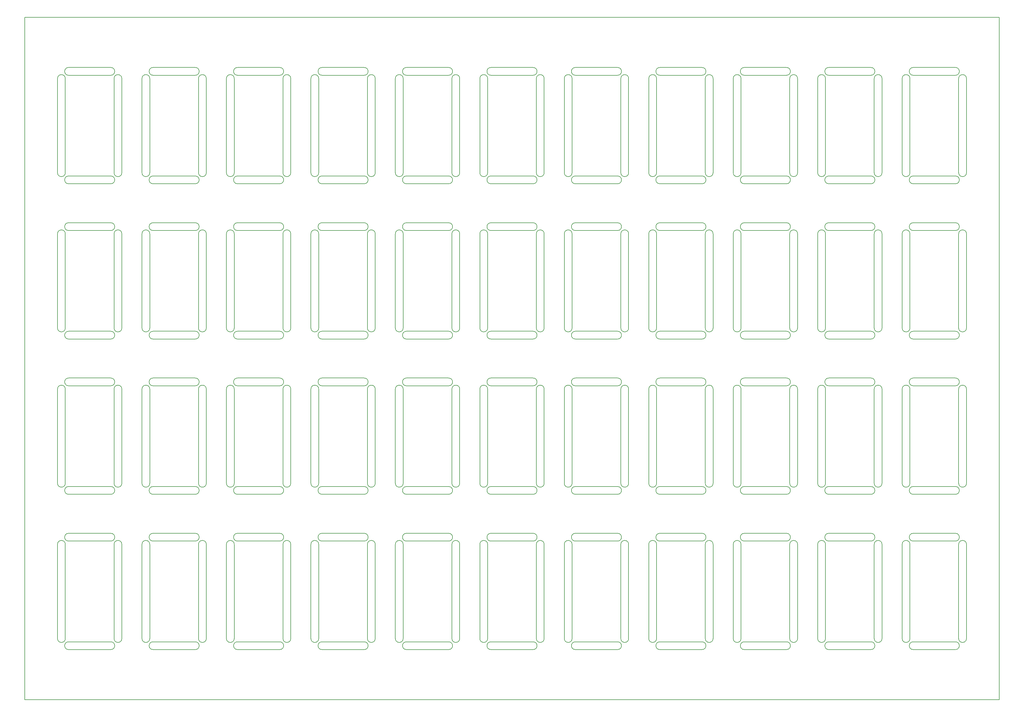
<source format=gbr>
G04 #@! TF.GenerationSoftware,KiCad,Pcbnew,5.0.2+dfsg1-1*
G04 #@! TF.CreationDate,2019-07-08T19:38:18+03:00*
G04 #@! TF.ProjectId,PocketAdmin_Panel,506f636b-6574-4416-946d-696e5f50616e,1.2*
G04 #@! TF.SameCoordinates,PX3938700PY1c9c380*
G04 #@! TF.FileFunction,Profile,NP*
%FSLAX46Y46*%
G04 Gerber Fmt 4.6, Leading zero omitted, Abs format (unit mm)*
G04 Created by KiCad (PCBNEW 5.0.2+dfsg1-1) date Mon 08 Jul 2019 07:38:18 PM MSK*
%MOMM*%
%LPD*%
G01*
G04 APERTURE LIST*
%ADD10C,0.150000*%
%ADD11C,0.200000*%
G04 APERTURE END LIST*
D10*
X272500000Y-162200000D02*
X272500000Y-191200000D01*
X246500000Y-162200000D02*
X246500000Y-191200000D01*
X220500000Y-162200000D02*
X220500000Y-191200000D01*
X194500000Y-162200000D02*
X194500000Y-191200000D01*
X168500000Y-162200000D02*
X168500000Y-191200000D01*
X142500000Y-162200000D02*
X142500000Y-191200000D01*
X116500000Y-162200000D02*
X116500000Y-191200000D01*
X90500000Y-162200000D02*
X90500000Y-191200000D01*
X64500000Y-162200000D02*
X64500000Y-191200000D01*
X38500000Y-162200000D02*
X38500000Y-191200000D01*
X12500000Y-162200000D02*
X12500000Y-191200000D01*
X272500000Y-114400000D02*
X272500000Y-143400000D01*
X246500000Y-114400000D02*
X246500000Y-143400000D01*
X220500000Y-114400000D02*
X220500000Y-143400000D01*
X194500000Y-114400000D02*
X194500000Y-143400000D01*
X168500000Y-114400000D02*
X168500000Y-143400000D01*
X142500000Y-114400000D02*
X142500000Y-143400000D01*
X116500000Y-114400000D02*
X116500000Y-143400000D01*
X90500000Y-114400000D02*
X90500000Y-143400000D01*
X64500000Y-114400000D02*
X64500000Y-143400000D01*
X38500000Y-114400000D02*
X38500000Y-143400000D01*
X12500000Y-114400000D02*
X12500000Y-143400000D01*
X272500000Y-66600000D02*
X272500000Y-95600000D01*
X246500000Y-66600000D02*
X246500000Y-95600000D01*
X220500000Y-66600000D02*
X220500000Y-95600000D01*
X194500000Y-66600000D02*
X194500000Y-95600000D01*
X168500000Y-66600000D02*
X168500000Y-95600000D01*
X142500000Y-66600000D02*
X142500000Y-95600000D01*
X116500000Y-66600000D02*
X116500000Y-95600000D01*
X90500000Y-66600000D02*
X90500000Y-95600000D01*
X64500000Y-66600000D02*
X64500000Y-95600000D01*
X38500000Y-66600000D02*
X38500000Y-95600000D01*
X12500000Y-66600000D02*
X12500000Y-95600000D01*
X272500000Y-18800000D02*
X272500000Y-47800000D01*
X246500000Y-18800000D02*
X246500000Y-47800000D01*
X220500000Y-18800000D02*
X220500000Y-47800000D01*
X194500000Y-18800000D02*
X194500000Y-47800000D01*
X168500000Y-18800000D02*
X168500000Y-47800000D01*
X142500000Y-18800000D02*
X142500000Y-47800000D01*
X116500000Y-18800000D02*
X116500000Y-47800000D01*
X90500000Y-18800000D02*
X90500000Y-47800000D01*
X64500000Y-18800000D02*
X64500000Y-47800000D01*
X38500000Y-18800000D02*
X38500000Y-47800000D01*
X273500000Y-161200000D02*
X286500000Y-161200000D01*
X247500000Y-161200000D02*
X260500000Y-161200000D01*
X221500000Y-161200000D02*
X234500000Y-161200000D01*
X195500000Y-161200000D02*
X208500000Y-161200000D01*
X169500000Y-161200000D02*
X182500000Y-161200000D01*
X143500000Y-161200000D02*
X156500000Y-161200000D01*
X117500000Y-161200000D02*
X130500000Y-161200000D01*
X91500000Y-161200000D02*
X104500000Y-161200000D01*
X65500000Y-161200000D02*
X78500000Y-161200000D01*
X39500000Y-161200000D02*
X52500000Y-161200000D01*
X13500000Y-161200000D02*
X26500000Y-161200000D01*
X273500000Y-113400000D02*
X286500000Y-113400000D01*
X247500000Y-113400000D02*
X260500000Y-113400000D01*
X221500000Y-113400000D02*
X234500000Y-113400000D01*
X195500000Y-113400000D02*
X208500000Y-113400000D01*
X169500000Y-113400000D02*
X182500000Y-113400000D01*
X143500000Y-113400000D02*
X156500000Y-113400000D01*
X117500000Y-113400000D02*
X130500000Y-113400000D01*
X91500000Y-113400000D02*
X104500000Y-113400000D01*
X65500000Y-113400000D02*
X78500000Y-113400000D01*
X39500000Y-113400000D02*
X52500000Y-113400000D01*
X13500000Y-113400000D02*
X26500000Y-113400000D01*
X273500000Y-65600000D02*
X286500000Y-65600000D01*
X247500000Y-65600000D02*
X260500000Y-65600000D01*
X221500000Y-65600000D02*
X234500000Y-65600000D01*
X195500000Y-65600000D02*
X208500000Y-65600000D01*
X169500000Y-65600000D02*
X182500000Y-65600000D01*
X143500000Y-65600000D02*
X156500000Y-65600000D01*
X117500000Y-65600000D02*
X130500000Y-65600000D01*
X91500000Y-65600000D02*
X104500000Y-65600000D01*
X65500000Y-65600000D02*
X78500000Y-65600000D01*
X39500000Y-65600000D02*
X52500000Y-65600000D01*
X13500000Y-65600000D02*
X26500000Y-65600000D01*
X273500000Y-17800000D02*
X286500000Y-17800000D01*
X247500000Y-17800000D02*
X260500000Y-17800000D01*
X221500000Y-17800000D02*
X234500000Y-17800000D01*
X195500000Y-17800000D02*
X208500000Y-17800000D01*
X169500000Y-17800000D02*
X182500000Y-17800000D01*
X143500000Y-17800000D02*
X156500000Y-17800000D01*
X117500000Y-17800000D02*
X130500000Y-17800000D01*
X91500000Y-17800000D02*
X104500000Y-17800000D01*
X65500000Y-17800000D02*
X78500000Y-17800000D01*
X39500000Y-17800000D02*
X52500000Y-17800000D01*
X287500000Y-162200000D02*
X287500000Y-191200000D01*
X261500000Y-162200000D02*
X261500000Y-191200000D01*
X235500000Y-162200000D02*
X235500000Y-191200000D01*
X209500000Y-162200000D02*
X209500000Y-191200000D01*
X183500000Y-162200000D02*
X183500000Y-191200000D01*
X157500000Y-162200000D02*
X157500000Y-191200000D01*
X131500000Y-162200000D02*
X131500000Y-191200000D01*
X105500000Y-162200000D02*
X105500000Y-191200000D01*
X79500000Y-162200000D02*
X79500000Y-191200000D01*
X53500000Y-162200000D02*
X53500000Y-191200000D01*
X27500000Y-162200000D02*
X27500000Y-191200000D01*
X287500000Y-114400000D02*
X287500000Y-143400000D01*
X261500000Y-114400000D02*
X261500000Y-143400000D01*
X235500000Y-114400000D02*
X235500000Y-143400000D01*
X209500000Y-114400000D02*
X209500000Y-143400000D01*
X183500000Y-114400000D02*
X183500000Y-143400000D01*
X157500000Y-114400000D02*
X157500000Y-143400000D01*
X131500000Y-114400000D02*
X131500000Y-143400000D01*
X105500000Y-114400000D02*
X105500000Y-143400000D01*
X79500000Y-114400000D02*
X79500000Y-143400000D01*
X53500000Y-114400000D02*
X53500000Y-143400000D01*
X27500000Y-114400000D02*
X27500000Y-143400000D01*
X287500000Y-66600000D02*
X287500000Y-95600000D01*
X261500000Y-66600000D02*
X261500000Y-95600000D01*
X235500000Y-66600000D02*
X235500000Y-95600000D01*
X209500000Y-66600000D02*
X209500000Y-95600000D01*
X183500000Y-66600000D02*
X183500000Y-95600000D01*
X157500000Y-66600000D02*
X157500000Y-95600000D01*
X131500000Y-66600000D02*
X131500000Y-95600000D01*
X105500000Y-66600000D02*
X105500000Y-95600000D01*
X79500000Y-66600000D02*
X79500000Y-95600000D01*
X53500000Y-66600000D02*
X53500000Y-95600000D01*
X27500000Y-66600000D02*
X27500000Y-95600000D01*
X287500000Y-18800000D02*
X287500000Y-47800000D01*
X261500000Y-18800000D02*
X261500000Y-47800000D01*
X235500000Y-18800000D02*
X235500000Y-47800000D01*
X209500000Y-18800000D02*
X209500000Y-47800000D01*
X183500000Y-18800000D02*
X183500000Y-47800000D01*
X157500000Y-18800000D02*
X157500000Y-47800000D01*
X131500000Y-18800000D02*
X131500000Y-47800000D01*
X105500000Y-18800000D02*
X105500000Y-47800000D01*
X79500000Y-18800000D02*
X79500000Y-47800000D01*
X53500000Y-18800000D02*
X53500000Y-47800000D01*
X273500000Y-192200000D02*
X286500000Y-192200000D01*
X247500000Y-192200000D02*
X260500000Y-192200000D01*
X221500000Y-192200000D02*
X234500000Y-192200000D01*
X195500000Y-192200000D02*
X208500000Y-192200000D01*
X169500000Y-192200000D02*
X182500000Y-192200000D01*
X143500000Y-192200000D02*
X156500000Y-192200000D01*
X117500000Y-192200000D02*
X130500000Y-192200000D01*
X91500000Y-192200000D02*
X104500000Y-192200000D01*
X65500000Y-192200000D02*
X78500000Y-192200000D01*
X39500000Y-192200000D02*
X52500000Y-192200000D01*
X13500000Y-192200000D02*
X26500000Y-192200000D01*
X273500000Y-144400000D02*
X286500000Y-144400000D01*
X247500000Y-144400000D02*
X260500000Y-144400000D01*
X221500000Y-144400000D02*
X234500000Y-144400000D01*
X195500000Y-144400000D02*
X208500000Y-144400000D01*
X169500000Y-144400000D02*
X182500000Y-144400000D01*
X143500000Y-144400000D02*
X156500000Y-144400000D01*
X117500000Y-144400000D02*
X130500000Y-144400000D01*
X91500000Y-144400000D02*
X104500000Y-144400000D01*
X65500000Y-144400000D02*
X78500000Y-144400000D01*
X39500000Y-144400000D02*
X52500000Y-144400000D01*
X13500000Y-144400000D02*
X26500000Y-144400000D01*
X273500000Y-96600000D02*
X286500000Y-96600000D01*
X247500000Y-96600000D02*
X260500000Y-96600000D01*
X221500000Y-96600000D02*
X234500000Y-96600000D01*
X195500000Y-96600000D02*
X208500000Y-96600000D01*
X169500000Y-96600000D02*
X182500000Y-96600000D01*
X143500000Y-96600000D02*
X156500000Y-96600000D01*
X117500000Y-96600000D02*
X130500000Y-96600000D01*
X91500000Y-96600000D02*
X104500000Y-96600000D01*
X65500000Y-96600000D02*
X78500000Y-96600000D01*
X39500000Y-96600000D02*
X52500000Y-96600000D01*
X13500000Y-96600000D02*
X26500000Y-96600000D01*
X273500000Y-48800000D02*
X286500000Y-48800000D01*
X247500000Y-48800000D02*
X260500000Y-48800000D01*
X221500000Y-48800000D02*
X234500000Y-48800000D01*
X195500000Y-48800000D02*
X208500000Y-48800000D01*
X169500000Y-48800000D02*
X182500000Y-48800000D01*
X143500000Y-48800000D02*
X156500000Y-48800000D01*
X117500000Y-48800000D02*
X130500000Y-48800000D01*
X91500000Y-48800000D02*
X104500000Y-48800000D01*
X65500000Y-48800000D02*
X78500000Y-48800000D01*
X39500000Y-48800000D02*
X52500000Y-48800000D01*
X270100000Y-162200000D02*
X270100000Y-191200000D01*
X244100000Y-162200000D02*
X244100000Y-191200000D01*
X218100000Y-162200000D02*
X218100000Y-191200000D01*
X192100000Y-162200000D02*
X192100000Y-191200000D01*
X166100000Y-162200000D02*
X166100000Y-191200000D01*
X140100000Y-162200000D02*
X140100000Y-191200000D01*
X114100000Y-162200000D02*
X114100000Y-191200000D01*
X88100000Y-162200000D02*
X88100000Y-191200000D01*
X62100000Y-162200000D02*
X62100000Y-191200000D01*
X36100000Y-162200000D02*
X36100000Y-191200000D01*
X10100000Y-162200000D02*
X10100000Y-191200000D01*
X270100000Y-114400000D02*
X270100000Y-143400000D01*
X244100000Y-114400000D02*
X244100000Y-143400000D01*
X218100000Y-114400000D02*
X218100000Y-143400000D01*
X192100000Y-114400000D02*
X192100000Y-143400000D01*
X166100000Y-114400000D02*
X166100000Y-143400000D01*
X140100000Y-114400000D02*
X140100000Y-143400000D01*
X114100000Y-114400000D02*
X114100000Y-143400000D01*
X88100000Y-114400000D02*
X88100000Y-143400000D01*
X62100000Y-114400000D02*
X62100000Y-143400000D01*
X36100000Y-114400000D02*
X36100000Y-143400000D01*
X10100000Y-114400000D02*
X10100000Y-143400000D01*
X270100000Y-66600000D02*
X270100000Y-95600000D01*
X244100000Y-66600000D02*
X244100000Y-95600000D01*
X218100000Y-66600000D02*
X218100000Y-95600000D01*
X192100000Y-66600000D02*
X192100000Y-95600000D01*
X166100000Y-66600000D02*
X166100000Y-95600000D01*
X140100000Y-66600000D02*
X140100000Y-95600000D01*
X114100000Y-66600000D02*
X114100000Y-95600000D01*
X88100000Y-66600000D02*
X88100000Y-95600000D01*
X62100000Y-66600000D02*
X62100000Y-95600000D01*
X36100000Y-66600000D02*
X36100000Y-95600000D01*
X10100000Y-66600000D02*
X10100000Y-95600000D01*
X270100000Y-18800000D02*
X270100000Y-47800000D01*
X244100000Y-18800000D02*
X244100000Y-47800000D01*
X218100000Y-18800000D02*
X218100000Y-47800000D01*
X192100000Y-18800000D02*
X192100000Y-47800000D01*
X166100000Y-18800000D02*
X166100000Y-47800000D01*
X140100000Y-18800000D02*
X140100000Y-47800000D01*
X114100000Y-18800000D02*
X114100000Y-47800000D01*
X88100000Y-18800000D02*
X88100000Y-47800000D01*
X62100000Y-18800000D02*
X62100000Y-47800000D01*
X36100000Y-18800000D02*
X36100000Y-47800000D01*
X272500000Y-191200000D02*
G75*
G02X270100000Y-191200000I-1200000J0D01*
G01*
X246500000Y-191200000D02*
G75*
G02X244100000Y-191200000I-1200000J0D01*
G01*
X220500000Y-191200000D02*
G75*
G02X218100000Y-191200000I-1200000J0D01*
G01*
X194500000Y-191200000D02*
G75*
G02X192100000Y-191200000I-1200000J0D01*
G01*
X168500000Y-191200000D02*
G75*
G02X166100000Y-191200000I-1200000J0D01*
G01*
X142500000Y-191200000D02*
G75*
G02X140100000Y-191200000I-1200000J0D01*
G01*
X116500000Y-191200000D02*
G75*
G02X114100000Y-191200000I-1200000J0D01*
G01*
X90500000Y-191200000D02*
G75*
G02X88100000Y-191200000I-1200000J0D01*
G01*
X64500000Y-191200000D02*
G75*
G02X62100000Y-191200000I-1200000J0D01*
G01*
X38500000Y-191200000D02*
G75*
G02X36100000Y-191200000I-1200000J0D01*
G01*
X12500000Y-191200000D02*
G75*
G02X10100000Y-191200000I-1200000J0D01*
G01*
X272500000Y-143400000D02*
G75*
G02X270100000Y-143400000I-1200000J0D01*
G01*
X246500000Y-143400000D02*
G75*
G02X244100000Y-143400000I-1200000J0D01*
G01*
X220500000Y-143400000D02*
G75*
G02X218100000Y-143400000I-1200000J0D01*
G01*
X194500000Y-143400000D02*
G75*
G02X192100000Y-143400000I-1200000J0D01*
G01*
X168500000Y-143400000D02*
G75*
G02X166100000Y-143400000I-1200000J0D01*
G01*
X142500000Y-143400000D02*
G75*
G02X140100000Y-143400000I-1200000J0D01*
G01*
X116500000Y-143400000D02*
G75*
G02X114100000Y-143400000I-1200000J0D01*
G01*
X90500000Y-143400000D02*
G75*
G02X88100000Y-143400000I-1200000J0D01*
G01*
X64500000Y-143400000D02*
G75*
G02X62100000Y-143400000I-1200000J0D01*
G01*
X38500000Y-143400000D02*
G75*
G02X36100000Y-143400000I-1200000J0D01*
G01*
X12500000Y-143400000D02*
G75*
G02X10100000Y-143400000I-1200000J0D01*
G01*
X272500000Y-95600000D02*
G75*
G02X270100000Y-95600000I-1200000J0D01*
G01*
X246500000Y-95600000D02*
G75*
G02X244100000Y-95600000I-1200000J0D01*
G01*
X220500000Y-95600000D02*
G75*
G02X218100000Y-95600000I-1200000J0D01*
G01*
X194500000Y-95600000D02*
G75*
G02X192100000Y-95600000I-1200000J0D01*
G01*
X168500000Y-95600000D02*
G75*
G02X166100000Y-95600000I-1200000J0D01*
G01*
X142500000Y-95600000D02*
G75*
G02X140100000Y-95600000I-1200000J0D01*
G01*
X116500000Y-95600000D02*
G75*
G02X114100000Y-95600000I-1200000J0D01*
G01*
X90500000Y-95600000D02*
G75*
G02X88100000Y-95600000I-1200000J0D01*
G01*
X64500000Y-95600000D02*
G75*
G02X62100000Y-95600000I-1200000J0D01*
G01*
X38500000Y-95600000D02*
G75*
G02X36100000Y-95600000I-1200000J0D01*
G01*
X12500000Y-95600000D02*
G75*
G02X10100000Y-95600000I-1200000J0D01*
G01*
X272500000Y-47800000D02*
G75*
G02X270100000Y-47800000I-1200000J0D01*
G01*
X246500000Y-47800000D02*
G75*
G02X244100000Y-47800000I-1200000J0D01*
G01*
X220500000Y-47800000D02*
G75*
G02X218100000Y-47800000I-1200000J0D01*
G01*
X194500000Y-47800000D02*
G75*
G02X192100000Y-47800000I-1200000J0D01*
G01*
X168500000Y-47800000D02*
G75*
G02X166100000Y-47800000I-1200000J0D01*
G01*
X142500000Y-47800000D02*
G75*
G02X140100000Y-47800000I-1200000J0D01*
G01*
X116500000Y-47800000D02*
G75*
G02X114100000Y-47800000I-1200000J0D01*
G01*
X90500000Y-47800000D02*
G75*
G02X88100000Y-47800000I-1200000J0D01*
G01*
X64500000Y-47800000D02*
G75*
G02X62100000Y-47800000I-1200000J0D01*
G01*
X38500000Y-47800000D02*
G75*
G02X36100000Y-47800000I-1200000J0D01*
G01*
X273500000Y-194600000D02*
X286500000Y-194600000D01*
X247500000Y-194600000D02*
X260500000Y-194600000D01*
X221500000Y-194600000D02*
X234500000Y-194600000D01*
X195500000Y-194600000D02*
X208500000Y-194600000D01*
X169500000Y-194600000D02*
X182500000Y-194600000D01*
X143500000Y-194600000D02*
X156500000Y-194600000D01*
X117500000Y-194600000D02*
X130500000Y-194600000D01*
X91500000Y-194600000D02*
X104500000Y-194600000D01*
X65500000Y-194600000D02*
X78500000Y-194600000D01*
X39500000Y-194600000D02*
X52500000Y-194600000D01*
X13500000Y-194600000D02*
X26500000Y-194600000D01*
X273500000Y-146800000D02*
X286500000Y-146800000D01*
X247500000Y-146800000D02*
X260500000Y-146800000D01*
X221500000Y-146800000D02*
X234500000Y-146800000D01*
X195500000Y-146800000D02*
X208500000Y-146800000D01*
X169500000Y-146800000D02*
X182500000Y-146800000D01*
X143500000Y-146800000D02*
X156500000Y-146800000D01*
X117500000Y-146800000D02*
X130500000Y-146800000D01*
X91500000Y-146800000D02*
X104500000Y-146800000D01*
X65500000Y-146800000D02*
X78500000Y-146800000D01*
X39500000Y-146800000D02*
X52500000Y-146800000D01*
X13500000Y-146800000D02*
X26500000Y-146800000D01*
X273500000Y-99000000D02*
X286500000Y-99000000D01*
X247500000Y-99000000D02*
X260500000Y-99000000D01*
X221500000Y-99000000D02*
X234500000Y-99000000D01*
X195500000Y-99000000D02*
X208500000Y-99000000D01*
X169500000Y-99000000D02*
X182500000Y-99000000D01*
X143500000Y-99000000D02*
X156500000Y-99000000D01*
X117500000Y-99000000D02*
X130500000Y-99000000D01*
X91500000Y-99000000D02*
X104500000Y-99000000D01*
X65500000Y-99000000D02*
X78500000Y-99000000D01*
X39500000Y-99000000D02*
X52500000Y-99000000D01*
X13500000Y-99000000D02*
X26500000Y-99000000D01*
X273500000Y-51200000D02*
X286500000Y-51200000D01*
X247500000Y-51200000D02*
X260500000Y-51200000D01*
X221500000Y-51200000D02*
X234500000Y-51200000D01*
X195500000Y-51200000D02*
X208500000Y-51200000D01*
X169500000Y-51200000D02*
X182500000Y-51200000D01*
X143500000Y-51200000D02*
X156500000Y-51200000D01*
X117500000Y-51200000D02*
X130500000Y-51200000D01*
X91500000Y-51200000D02*
X104500000Y-51200000D01*
X65500000Y-51200000D02*
X78500000Y-51200000D01*
X39500000Y-51200000D02*
X52500000Y-51200000D01*
X273500000Y-194600000D02*
G75*
G02X273500000Y-192200000I0J1200000D01*
G01*
X247500000Y-194600000D02*
G75*
G02X247500000Y-192200000I0J1200000D01*
G01*
X221500000Y-194600000D02*
G75*
G02X221500000Y-192200000I0J1200000D01*
G01*
X195500000Y-194600000D02*
G75*
G02X195500000Y-192200000I0J1200000D01*
G01*
X169500000Y-194600000D02*
G75*
G02X169500000Y-192200000I0J1200000D01*
G01*
X143500000Y-194600000D02*
G75*
G02X143500000Y-192200000I0J1200000D01*
G01*
X117500000Y-194600000D02*
G75*
G02X117500000Y-192200000I0J1200000D01*
G01*
X91500000Y-194600000D02*
G75*
G02X91500000Y-192200000I0J1200000D01*
G01*
X65500000Y-194600000D02*
G75*
G02X65500000Y-192200000I0J1200000D01*
G01*
X39500000Y-194600000D02*
G75*
G02X39500000Y-192200000I0J1200000D01*
G01*
X13500000Y-194600000D02*
G75*
G02X13500000Y-192200000I0J1200000D01*
G01*
X273500000Y-146800000D02*
G75*
G02X273500000Y-144400000I0J1200000D01*
G01*
X247500000Y-146800000D02*
G75*
G02X247500000Y-144400000I0J1200000D01*
G01*
X221500000Y-146800000D02*
G75*
G02X221500000Y-144400000I0J1200000D01*
G01*
X195500000Y-146800000D02*
G75*
G02X195500000Y-144400000I0J1200000D01*
G01*
X169500000Y-146800000D02*
G75*
G02X169500000Y-144400000I0J1200000D01*
G01*
X143500000Y-146800000D02*
G75*
G02X143500000Y-144400000I0J1200000D01*
G01*
X117500000Y-146800000D02*
G75*
G02X117500000Y-144400000I0J1200000D01*
G01*
X91500000Y-146800000D02*
G75*
G02X91500000Y-144400000I0J1200000D01*
G01*
X65500000Y-146800000D02*
G75*
G02X65500000Y-144400000I0J1200000D01*
G01*
X39500000Y-146800000D02*
G75*
G02X39500000Y-144400000I0J1200000D01*
G01*
X13500000Y-146800000D02*
G75*
G02X13500000Y-144400000I0J1200000D01*
G01*
X273500000Y-99000000D02*
G75*
G02X273500000Y-96600000I0J1200000D01*
G01*
X247500000Y-99000000D02*
G75*
G02X247500000Y-96600000I0J1200000D01*
G01*
X221500000Y-99000000D02*
G75*
G02X221500000Y-96600000I0J1200000D01*
G01*
X195500000Y-99000000D02*
G75*
G02X195500000Y-96600000I0J1200000D01*
G01*
X169500000Y-99000000D02*
G75*
G02X169500000Y-96600000I0J1200000D01*
G01*
X143500000Y-99000000D02*
G75*
G02X143500000Y-96600000I0J1200000D01*
G01*
X117500000Y-99000000D02*
G75*
G02X117500000Y-96600000I0J1200000D01*
G01*
X91500000Y-99000000D02*
G75*
G02X91500000Y-96600000I0J1200000D01*
G01*
X65500000Y-99000000D02*
G75*
G02X65500000Y-96600000I0J1200000D01*
G01*
X39500000Y-99000000D02*
G75*
G02X39500000Y-96600000I0J1200000D01*
G01*
X13500000Y-99000000D02*
G75*
G02X13500000Y-96600000I0J1200000D01*
G01*
X273500000Y-51200000D02*
G75*
G02X273500000Y-48800000I0J1200000D01*
G01*
X247500000Y-51200000D02*
G75*
G02X247500000Y-48800000I0J1200000D01*
G01*
X221500000Y-51200000D02*
G75*
G02X221500000Y-48800000I0J1200000D01*
G01*
X195500000Y-51200000D02*
G75*
G02X195500000Y-48800000I0J1200000D01*
G01*
X169500000Y-51200000D02*
G75*
G02X169500000Y-48800000I0J1200000D01*
G01*
X143500000Y-51200000D02*
G75*
G02X143500000Y-48800000I0J1200000D01*
G01*
X117500000Y-51200000D02*
G75*
G02X117500000Y-48800000I0J1200000D01*
G01*
X91500000Y-51200000D02*
G75*
G02X91500000Y-48800000I0J1200000D01*
G01*
X65500000Y-51200000D02*
G75*
G02X65500000Y-48800000I0J1200000D01*
G01*
X39500000Y-51200000D02*
G75*
G02X39500000Y-48800000I0J1200000D01*
G01*
X286500000Y-192200000D02*
G75*
G02X286500000Y-194600000I0J-1200000D01*
G01*
X260500000Y-192200000D02*
G75*
G02X260500000Y-194600000I0J-1200000D01*
G01*
X234500000Y-192200000D02*
G75*
G02X234500000Y-194600000I0J-1200000D01*
G01*
X208500000Y-192200000D02*
G75*
G02X208500000Y-194600000I0J-1200000D01*
G01*
X182500000Y-192200000D02*
G75*
G02X182500000Y-194600000I0J-1200000D01*
G01*
X156500000Y-192200000D02*
G75*
G02X156500000Y-194600000I0J-1200000D01*
G01*
X130500000Y-192200000D02*
G75*
G02X130500000Y-194600000I0J-1200000D01*
G01*
X104500000Y-192200000D02*
G75*
G02X104500000Y-194600000I0J-1200000D01*
G01*
X78500000Y-192200000D02*
G75*
G02X78500000Y-194600000I0J-1200000D01*
G01*
X52500000Y-192200000D02*
G75*
G02X52500000Y-194600000I0J-1200000D01*
G01*
X26500000Y-192200000D02*
G75*
G02X26500000Y-194600000I0J-1200000D01*
G01*
X286500000Y-144400000D02*
G75*
G02X286500000Y-146800000I0J-1200000D01*
G01*
X260500000Y-144400000D02*
G75*
G02X260500000Y-146800000I0J-1200000D01*
G01*
X234500000Y-144400000D02*
G75*
G02X234500000Y-146800000I0J-1200000D01*
G01*
X208500000Y-144400000D02*
G75*
G02X208500000Y-146800000I0J-1200000D01*
G01*
X182500000Y-144400000D02*
G75*
G02X182500000Y-146800000I0J-1200000D01*
G01*
X156500000Y-144400000D02*
G75*
G02X156500000Y-146800000I0J-1200000D01*
G01*
X130500000Y-144400000D02*
G75*
G02X130500000Y-146800000I0J-1200000D01*
G01*
X104500000Y-144400000D02*
G75*
G02X104500000Y-146800000I0J-1200000D01*
G01*
X78500000Y-144400000D02*
G75*
G02X78500000Y-146800000I0J-1200000D01*
G01*
X52500000Y-144400000D02*
G75*
G02X52500000Y-146800000I0J-1200000D01*
G01*
X26500000Y-144400000D02*
G75*
G02X26500000Y-146800000I0J-1200000D01*
G01*
X286500000Y-96600000D02*
G75*
G02X286500000Y-99000000I0J-1200000D01*
G01*
X260500000Y-96600000D02*
G75*
G02X260500000Y-99000000I0J-1200000D01*
G01*
X234500000Y-96600000D02*
G75*
G02X234500000Y-99000000I0J-1200000D01*
G01*
X208500000Y-96600000D02*
G75*
G02X208500000Y-99000000I0J-1200000D01*
G01*
X182500000Y-96600000D02*
G75*
G02X182500000Y-99000000I0J-1200000D01*
G01*
X156500000Y-96600000D02*
G75*
G02X156500000Y-99000000I0J-1200000D01*
G01*
X130500000Y-96600000D02*
G75*
G02X130500000Y-99000000I0J-1200000D01*
G01*
X104500000Y-96600000D02*
G75*
G02X104500000Y-99000000I0J-1200000D01*
G01*
X78500000Y-96600000D02*
G75*
G02X78500000Y-99000000I0J-1200000D01*
G01*
X52500000Y-96600000D02*
G75*
G02X52500000Y-99000000I0J-1200000D01*
G01*
X26500000Y-96600000D02*
G75*
G02X26500000Y-99000000I0J-1200000D01*
G01*
X286500000Y-48800000D02*
G75*
G02X286500000Y-51200000I0J-1200000D01*
G01*
X260500000Y-48800000D02*
G75*
G02X260500000Y-51200000I0J-1200000D01*
G01*
X234500000Y-48800000D02*
G75*
G02X234500000Y-51200000I0J-1200000D01*
G01*
X208500000Y-48800000D02*
G75*
G02X208500000Y-51200000I0J-1200000D01*
G01*
X182500000Y-48800000D02*
G75*
G02X182500000Y-51200000I0J-1200000D01*
G01*
X156500000Y-48800000D02*
G75*
G02X156500000Y-51200000I0J-1200000D01*
G01*
X130500000Y-48800000D02*
G75*
G02X130500000Y-51200000I0J-1200000D01*
G01*
X104500000Y-48800000D02*
G75*
G02X104500000Y-51200000I0J-1200000D01*
G01*
X78500000Y-48800000D02*
G75*
G02X78500000Y-51200000I0J-1200000D01*
G01*
X52500000Y-48800000D02*
G75*
G02X52500000Y-51200000I0J-1200000D01*
G01*
X289900000Y-162200000D02*
X289900000Y-191200000D01*
X263900000Y-162200000D02*
X263900000Y-191200000D01*
X237900000Y-162200000D02*
X237900000Y-191200000D01*
X211900000Y-162200000D02*
X211900000Y-191200000D01*
X185900000Y-162200000D02*
X185900000Y-191200000D01*
X159900000Y-162200000D02*
X159900000Y-191200000D01*
X133900000Y-162200000D02*
X133900000Y-191200000D01*
X107900000Y-162200000D02*
X107900000Y-191200000D01*
X81900000Y-162200000D02*
X81900000Y-191200000D01*
X55900000Y-162200000D02*
X55900000Y-191200000D01*
X29900000Y-162200000D02*
X29900000Y-191200000D01*
X289900000Y-114400000D02*
X289900000Y-143400000D01*
X263900000Y-114400000D02*
X263900000Y-143400000D01*
X237900000Y-114400000D02*
X237900000Y-143400000D01*
X211900000Y-114400000D02*
X211900000Y-143400000D01*
X185900000Y-114400000D02*
X185900000Y-143400000D01*
X159900000Y-114400000D02*
X159900000Y-143400000D01*
X133900000Y-114400000D02*
X133900000Y-143400000D01*
X107900000Y-114400000D02*
X107900000Y-143400000D01*
X81900000Y-114400000D02*
X81900000Y-143400000D01*
X55900000Y-114400000D02*
X55900000Y-143400000D01*
X29900000Y-114400000D02*
X29900000Y-143400000D01*
X289900000Y-66600000D02*
X289900000Y-95600000D01*
X263900000Y-66600000D02*
X263900000Y-95600000D01*
X237900000Y-66600000D02*
X237900000Y-95600000D01*
X211900000Y-66600000D02*
X211900000Y-95600000D01*
X185900000Y-66600000D02*
X185900000Y-95600000D01*
X159900000Y-66600000D02*
X159900000Y-95600000D01*
X133900000Y-66600000D02*
X133900000Y-95600000D01*
X107900000Y-66600000D02*
X107900000Y-95600000D01*
X81900000Y-66600000D02*
X81900000Y-95600000D01*
X55900000Y-66600000D02*
X55900000Y-95600000D01*
X29900000Y-66600000D02*
X29900000Y-95600000D01*
X289900000Y-18800000D02*
X289900000Y-47800000D01*
X263900000Y-18800000D02*
X263900000Y-47800000D01*
X237900000Y-18800000D02*
X237900000Y-47800000D01*
X211900000Y-18800000D02*
X211900000Y-47800000D01*
X185900000Y-18800000D02*
X185900000Y-47800000D01*
X159900000Y-18800000D02*
X159900000Y-47800000D01*
X133900000Y-18800000D02*
X133900000Y-47800000D01*
X107900000Y-18800000D02*
X107900000Y-47800000D01*
X81900000Y-18800000D02*
X81900000Y-47800000D01*
X55900000Y-18800000D02*
X55900000Y-47800000D01*
X273500000Y-158800000D02*
X286500000Y-158800000D01*
X247500000Y-158800000D02*
X260500000Y-158800000D01*
X221500000Y-158800000D02*
X234500000Y-158800000D01*
X195500000Y-158800000D02*
X208500000Y-158800000D01*
X169500000Y-158800000D02*
X182500000Y-158800000D01*
X143500000Y-158800000D02*
X156500000Y-158800000D01*
X117500000Y-158800000D02*
X130500000Y-158800000D01*
X91500000Y-158800000D02*
X104500000Y-158800000D01*
X65500000Y-158800000D02*
X78500000Y-158800000D01*
X39500000Y-158800000D02*
X52500000Y-158800000D01*
X13500000Y-158800000D02*
X26500000Y-158800000D01*
X273500000Y-111000000D02*
X286500000Y-111000000D01*
X247500000Y-111000000D02*
X260500000Y-111000000D01*
X221500000Y-111000000D02*
X234500000Y-111000000D01*
X195500000Y-111000000D02*
X208500000Y-111000000D01*
X169500000Y-111000000D02*
X182500000Y-111000000D01*
X143500000Y-111000000D02*
X156500000Y-111000000D01*
X117500000Y-111000000D02*
X130500000Y-111000000D01*
X91500000Y-111000000D02*
X104500000Y-111000000D01*
X65500000Y-111000000D02*
X78500000Y-111000000D01*
X39500000Y-111000000D02*
X52500000Y-111000000D01*
X13500000Y-111000000D02*
X26500000Y-111000000D01*
X273500000Y-63200000D02*
X286500000Y-63200000D01*
X247500000Y-63200000D02*
X260500000Y-63200000D01*
X221500000Y-63200000D02*
X234500000Y-63200000D01*
X195500000Y-63200000D02*
X208500000Y-63200000D01*
X169500000Y-63200000D02*
X182500000Y-63200000D01*
X143500000Y-63200000D02*
X156500000Y-63200000D01*
X117500000Y-63200000D02*
X130500000Y-63200000D01*
X91500000Y-63200000D02*
X104500000Y-63200000D01*
X65500000Y-63200000D02*
X78500000Y-63200000D01*
X39500000Y-63200000D02*
X52500000Y-63200000D01*
X13500000Y-63200000D02*
X26500000Y-63200000D01*
X273500000Y-15400000D02*
X286500000Y-15400000D01*
X247500000Y-15400000D02*
X260500000Y-15400000D01*
X221500000Y-15400000D02*
X234500000Y-15400000D01*
X195500000Y-15400000D02*
X208500000Y-15400000D01*
X169500000Y-15400000D02*
X182500000Y-15400000D01*
X143500000Y-15400000D02*
X156500000Y-15400000D01*
X117500000Y-15400000D02*
X130500000Y-15400000D01*
X91500000Y-15400000D02*
X104500000Y-15400000D01*
X65500000Y-15400000D02*
X78500000Y-15400000D01*
X39500000Y-15400000D02*
X52500000Y-15400000D01*
X286500000Y-158800000D02*
G75*
G02X286500000Y-161200000I0J-1200000D01*
G01*
X260500000Y-158800000D02*
G75*
G02X260500000Y-161200000I0J-1200000D01*
G01*
X234500000Y-158800000D02*
G75*
G02X234500000Y-161200000I0J-1200000D01*
G01*
X208500000Y-158800000D02*
G75*
G02X208500000Y-161200000I0J-1200000D01*
G01*
X182500000Y-158800000D02*
G75*
G02X182500000Y-161200000I0J-1200000D01*
G01*
X156500000Y-158800000D02*
G75*
G02X156500000Y-161200000I0J-1200000D01*
G01*
X130500000Y-158800000D02*
G75*
G02X130500000Y-161200000I0J-1200000D01*
G01*
X104500000Y-158800000D02*
G75*
G02X104500000Y-161200000I0J-1200000D01*
G01*
X78500000Y-158800000D02*
G75*
G02X78500000Y-161200000I0J-1200000D01*
G01*
X52500000Y-158800000D02*
G75*
G02X52500000Y-161200000I0J-1200000D01*
G01*
X26500000Y-158800000D02*
G75*
G02X26500000Y-161200000I0J-1200000D01*
G01*
X286500000Y-111000000D02*
G75*
G02X286500000Y-113400000I0J-1200000D01*
G01*
X260500000Y-111000000D02*
G75*
G02X260500000Y-113400000I0J-1200000D01*
G01*
X234500000Y-111000000D02*
G75*
G02X234500000Y-113400000I0J-1200000D01*
G01*
X208500000Y-111000000D02*
G75*
G02X208500000Y-113400000I0J-1200000D01*
G01*
X182500000Y-111000000D02*
G75*
G02X182500000Y-113400000I0J-1200000D01*
G01*
X156500000Y-111000000D02*
G75*
G02X156500000Y-113400000I0J-1200000D01*
G01*
X130500000Y-111000000D02*
G75*
G02X130500000Y-113400000I0J-1200000D01*
G01*
X104500000Y-111000000D02*
G75*
G02X104500000Y-113400000I0J-1200000D01*
G01*
X78500000Y-111000000D02*
G75*
G02X78500000Y-113400000I0J-1200000D01*
G01*
X52500000Y-111000000D02*
G75*
G02X52500000Y-113400000I0J-1200000D01*
G01*
X26500000Y-111000000D02*
G75*
G02X26500000Y-113400000I0J-1200000D01*
G01*
X286500000Y-63200000D02*
G75*
G02X286500000Y-65600000I0J-1200000D01*
G01*
X260500000Y-63200000D02*
G75*
G02X260500000Y-65600000I0J-1200000D01*
G01*
X234500000Y-63200000D02*
G75*
G02X234500000Y-65600000I0J-1200000D01*
G01*
X208500000Y-63200000D02*
G75*
G02X208500000Y-65600000I0J-1200000D01*
G01*
X182500000Y-63200000D02*
G75*
G02X182500000Y-65600000I0J-1200000D01*
G01*
X156500000Y-63200000D02*
G75*
G02X156500000Y-65600000I0J-1200000D01*
G01*
X130500000Y-63200000D02*
G75*
G02X130500000Y-65600000I0J-1200000D01*
G01*
X104500000Y-63200000D02*
G75*
G02X104500000Y-65600000I0J-1200000D01*
G01*
X78500000Y-63200000D02*
G75*
G02X78500000Y-65600000I0J-1200000D01*
G01*
X52500000Y-63200000D02*
G75*
G02X52500000Y-65600000I0J-1200000D01*
G01*
X26500000Y-63200000D02*
G75*
G02X26500000Y-65600000I0J-1200000D01*
G01*
X286500000Y-15400000D02*
G75*
G02X286500000Y-17800000I0J-1200000D01*
G01*
X260500000Y-15400000D02*
G75*
G02X260500000Y-17800000I0J-1200000D01*
G01*
X234500000Y-15400000D02*
G75*
G02X234500000Y-17800000I0J-1200000D01*
G01*
X208500000Y-15400000D02*
G75*
G02X208500000Y-17800000I0J-1200000D01*
G01*
X182500000Y-15400000D02*
G75*
G02X182500000Y-17800000I0J-1200000D01*
G01*
X156500000Y-15400000D02*
G75*
G02X156500000Y-17800000I0J-1200000D01*
G01*
X130500000Y-15400000D02*
G75*
G02X130500000Y-17800000I0J-1200000D01*
G01*
X104500000Y-15400000D02*
G75*
G02X104500000Y-17800000I0J-1200000D01*
G01*
X78500000Y-15400000D02*
G75*
G02X78500000Y-17800000I0J-1200000D01*
G01*
X52500000Y-15400000D02*
G75*
G02X52500000Y-17800000I0J-1200000D01*
G01*
X287500000Y-162200000D02*
G75*
G02X289900000Y-162200000I1200000J0D01*
G01*
X261500000Y-162200000D02*
G75*
G02X263900000Y-162200000I1200000J0D01*
G01*
X235500000Y-162200000D02*
G75*
G02X237900000Y-162200000I1200000J0D01*
G01*
X209500000Y-162200000D02*
G75*
G02X211900000Y-162200000I1200000J0D01*
G01*
X183500000Y-162200000D02*
G75*
G02X185900000Y-162200000I1200000J0D01*
G01*
X157500000Y-162200000D02*
G75*
G02X159900000Y-162200000I1200000J0D01*
G01*
X131500000Y-162200000D02*
G75*
G02X133900000Y-162200000I1200000J0D01*
G01*
X105500000Y-162200000D02*
G75*
G02X107900000Y-162200000I1200000J0D01*
G01*
X79500000Y-162200000D02*
G75*
G02X81900000Y-162200000I1200000J0D01*
G01*
X53500000Y-162200000D02*
G75*
G02X55900000Y-162200000I1200000J0D01*
G01*
X27500000Y-162200000D02*
G75*
G02X29900000Y-162200000I1200000J0D01*
G01*
X287500000Y-114400000D02*
G75*
G02X289900000Y-114400000I1200000J0D01*
G01*
X261500000Y-114400000D02*
G75*
G02X263900000Y-114400000I1200000J0D01*
G01*
X235500000Y-114400000D02*
G75*
G02X237900000Y-114400000I1200000J0D01*
G01*
X209500000Y-114400000D02*
G75*
G02X211900000Y-114400000I1200000J0D01*
G01*
X183500000Y-114400000D02*
G75*
G02X185900000Y-114400000I1200000J0D01*
G01*
X157500000Y-114400000D02*
G75*
G02X159900000Y-114400000I1200000J0D01*
G01*
X131500000Y-114400000D02*
G75*
G02X133900000Y-114400000I1200000J0D01*
G01*
X105500000Y-114400000D02*
G75*
G02X107900000Y-114400000I1200000J0D01*
G01*
X79500000Y-114400000D02*
G75*
G02X81900000Y-114400000I1200000J0D01*
G01*
X53500000Y-114400000D02*
G75*
G02X55900000Y-114400000I1200000J0D01*
G01*
X27500000Y-114400000D02*
G75*
G02X29900000Y-114400000I1200000J0D01*
G01*
X287500000Y-66600000D02*
G75*
G02X289900000Y-66600000I1200000J0D01*
G01*
X261500000Y-66600000D02*
G75*
G02X263900000Y-66600000I1200000J0D01*
G01*
X235500000Y-66600000D02*
G75*
G02X237900000Y-66600000I1200000J0D01*
G01*
X209500000Y-66600000D02*
G75*
G02X211900000Y-66600000I1200000J0D01*
G01*
X183500000Y-66600000D02*
G75*
G02X185900000Y-66600000I1200000J0D01*
G01*
X157500000Y-66600000D02*
G75*
G02X159900000Y-66600000I1200000J0D01*
G01*
X131500000Y-66600000D02*
G75*
G02X133900000Y-66600000I1200000J0D01*
G01*
X105500000Y-66600000D02*
G75*
G02X107900000Y-66600000I1200000J0D01*
G01*
X79500000Y-66600000D02*
G75*
G02X81900000Y-66600000I1200000J0D01*
G01*
X53500000Y-66600000D02*
G75*
G02X55900000Y-66600000I1200000J0D01*
G01*
X27500000Y-66600000D02*
G75*
G02X29900000Y-66600000I1200000J0D01*
G01*
X287500000Y-18800000D02*
G75*
G02X289900000Y-18800000I1200000J0D01*
G01*
X261500000Y-18800000D02*
G75*
G02X263900000Y-18800000I1200000J0D01*
G01*
X235500000Y-18800000D02*
G75*
G02X237900000Y-18800000I1200000J0D01*
G01*
X209500000Y-18800000D02*
G75*
G02X211900000Y-18800000I1200000J0D01*
G01*
X183500000Y-18800000D02*
G75*
G02X185900000Y-18800000I1200000J0D01*
G01*
X157500000Y-18800000D02*
G75*
G02X159900000Y-18800000I1200000J0D01*
G01*
X131500000Y-18800000D02*
G75*
G02X133900000Y-18800000I1200000J0D01*
G01*
X105500000Y-18800000D02*
G75*
G02X107900000Y-18800000I1200000J0D01*
G01*
X79500000Y-18800000D02*
G75*
G02X81900000Y-18800000I1200000J0D01*
G01*
X53500000Y-18800000D02*
G75*
G02X55900000Y-18800000I1200000J0D01*
G01*
X273500000Y-161200000D02*
G75*
G02X273500000Y-158800000I0J1200000D01*
G01*
X247500000Y-161200000D02*
G75*
G02X247500000Y-158800000I0J1200000D01*
G01*
X221500000Y-161200000D02*
G75*
G02X221500000Y-158800000I0J1200000D01*
G01*
X195500000Y-161200000D02*
G75*
G02X195500000Y-158800000I0J1200000D01*
G01*
X169500000Y-161200000D02*
G75*
G02X169500000Y-158800000I0J1200000D01*
G01*
X143500000Y-161200000D02*
G75*
G02X143500000Y-158800000I0J1200000D01*
G01*
X117500000Y-161200000D02*
G75*
G02X117500000Y-158800000I0J1200000D01*
G01*
X91500000Y-161200000D02*
G75*
G02X91500000Y-158800000I0J1200000D01*
G01*
X65500000Y-161200000D02*
G75*
G02X65500000Y-158800000I0J1200000D01*
G01*
X39500000Y-161200000D02*
G75*
G02X39500000Y-158800000I0J1200000D01*
G01*
X13500000Y-161200000D02*
G75*
G02X13500000Y-158800000I0J1200000D01*
G01*
X273500000Y-113400000D02*
G75*
G02X273500000Y-111000000I0J1200000D01*
G01*
X247500000Y-113400000D02*
G75*
G02X247500000Y-111000000I0J1200000D01*
G01*
X221500000Y-113400000D02*
G75*
G02X221500000Y-111000000I0J1200000D01*
G01*
X195500000Y-113400000D02*
G75*
G02X195500000Y-111000000I0J1200000D01*
G01*
X169500000Y-113400000D02*
G75*
G02X169500000Y-111000000I0J1200000D01*
G01*
X143500000Y-113400000D02*
G75*
G02X143500000Y-111000000I0J1200000D01*
G01*
X117500000Y-113400000D02*
G75*
G02X117500000Y-111000000I0J1200000D01*
G01*
X91500000Y-113400000D02*
G75*
G02X91500000Y-111000000I0J1200000D01*
G01*
X65500000Y-113400000D02*
G75*
G02X65500000Y-111000000I0J1200000D01*
G01*
X39500000Y-113400000D02*
G75*
G02X39500000Y-111000000I0J1200000D01*
G01*
X13500000Y-113400000D02*
G75*
G02X13500000Y-111000000I0J1200000D01*
G01*
X273500000Y-65600000D02*
G75*
G02X273500000Y-63200000I0J1200000D01*
G01*
X247500000Y-65600000D02*
G75*
G02X247500000Y-63200000I0J1200000D01*
G01*
X221500000Y-65600000D02*
G75*
G02X221500000Y-63200000I0J1200000D01*
G01*
X195500000Y-65600000D02*
G75*
G02X195500000Y-63200000I0J1200000D01*
G01*
X169500000Y-65600000D02*
G75*
G02X169500000Y-63200000I0J1200000D01*
G01*
X143500000Y-65600000D02*
G75*
G02X143500000Y-63200000I0J1200000D01*
G01*
X117500000Y-65600000D02*
G75*
G02X117500000Y-63200000I0J1200000D01*
G01*
X91500000Y-65600000D02*
G75*
G02X91500000Y-63200000I0J1200000D01*
G01*
X65500000Y-65600000D02*
G75*
G02X65500000Y-63200000I0J1200000D01*
G01*
X39500000Y-65600000D02*
G75*
G02X39500000Y-63200000I0J1200000D01*
G01*
X13500000Y-65600000D02*
G75*
G02X13500000Y-63200000I0J1200000D01*
G01*
X273500000Y-17800000D02*
G75*
G02X273500000Y-15400000I0J1200000D01*
G01*
X247500000Y-17800000D02*
G75*
G02X247500000Y-15400000I0J1200000D01*
G01*
X221500000Y-17800000D02*
G75*
G02X221500000Y-15400000I0J1200000D01*
G01*
X195500000Y-17800000D02*
G75*
G02X195500000Y-15400000I0J1200000D01*
G01*
X169500000Y-17800000D02*
G75*
G02X169500000Y-15400000I0J1200000D01*
G01*
X143500000Y-17800000D02*
G75*
G02X143500000Y-15400000I0J1200000D01*
G01*
X117500000Y-17800000D02*
G75*
G02X117500000Y-15400000I0J1200000D01*
G01*
X91500000Y-17800000D02*
G75*
G02X91500000Y-15400000I0J1200000D01*
G01*
X65500000Y-17800000D02*
G75*
G02X65500000Y-15400000I0J1200000D01*
G01*
X39500000Y-17800000D02*
G75*
G02X39500000Y-15400000I0J1200000D01*
G01*
X270100000Y-162200000D02*
G75*
G02X272500000Y-162200000I1200000J0D01*
G01*
X244100000Y-162200000D02*
G75*
G02X246500000Y-162200000I1200000J0D01*
G01*
X218100000Y-162200000D02*
G75*
G02X220500000Y-162200000I1200000J0D01*
G01*
X192100000Y-162200000D02*
G75*
G02X194500000Y-162200000I1200000J0D01*
G01*
X166100000Y-162200000D02*
G75*
G02X168500000Y-162200000I1200000J0D01*
G01*
X140100000Y-162200000D02*
G75*
G02X142500000Y-162200000I1200000J0D01*
G01*
X114100000Y-162200000D02*
G75*
G02X116500000Y-162200000I1200000J0D01*
G01*
X88100000Y-162200000D02*
G75*
G02X90500000Y-162200000I1200000J0D01*
G01*
X62100000Y-162200000D02*
G75*
G02X64500000Y-162200000I1200000J0D01*
G01*
X36100000Y-162200000D02*
G75*
G02X38500000Y-162200000I1200000J0D01*
G01*
X10100000Y-162200000D02*
G75*
G02X12500000Y-162200000I1200000J0D01*
G01*
X270100000Y-114400000D02*
G75*
G02X272500000Y-114400000I1200000J0D01*
G01*
X244100000Y-114400000D02*
G75*
G02X246500000Y-114400000I1200000J0D01*
G01*
X218100000Y-114400000D02*
G75*
G02X220500000Y-114400000I1200000J0D01*
G01*
X192100000Y-114400000D02*
G75*
G02X194500000Y-114400000I1200000J0D01*
G01*
X166100000Y-114400000D02*
G75*
G02X168500000Y-114400000I1200000J0D01*
G01*
X140100000Y-114400000D02*
G75*
G02X142500000Y-114400000I1200000J0D01*
G01*
X114100000Y-114400000D02*
G75*
G02X116500000Y-114400000I1200000J0D01*
G01*
X88100000Y-114400000D02*
G75*
G02X90500000Y-114400000I1200000J0D01*
G01*
X62100000Y-114400000D02*
G75*
G02X64500000Y-114400000I1200000J0D01*
G01*
X36100000Y-114400000D02*
G75*
G02X38500000Y-114400000I1200000J0D01*
G01*
X10100000Y-114400000D02*
G75*
G02X12500000Y-114400000I1200000J0D01*
G01*
X270100000Y-66600000D02*
G75*
G02X272500000Y-66600000I1200000J0D01*
G01*
X244100000Y-66600000D02*
G75*
G02X246500000Y-66600000I1200000J0D01*
G01*
X218100000Y-66600000D02*
G75*
G02X220500000Y-66600000I1200000J0D01*
G01*
X192100000Y-66600000D02*
G75*
G02X194500000Y-66600000I1200000J0D01*
G01*
X166100000Y-66600000D02*
G75*
G02X168500000Y-66600000I1200000J0D01*
G01*
X140100000Y-66600000D02*
G75*
G02X142500000Y-66600000I1200000J0D01*
G01*
X114100000Y-66600000D02*
G75*
G02X116500000Y-66600000I1200000J0D01*
G01*
X88100000Y-66600000D02*
G75*
G02X90500000Y-66600000I1200000J0D01*
G01*
X62100000Y-66600000D02*
G75*
G02X64500000Y-66600000I1200000J0D01*
G01*
X36100000Y-66600000D02*
G75*
G02X38500000Y-66600000I1200000J0D01*
G01*
X10100000Y-66600000D02*
G75*
G02X12500000Y-66600000I1200000J0D01*
G01*
X270100000Y-18800000D02*
G75*
G02X272500000Y-18800000I1200000J0D01*
G01*
X244100000Y-18800000D02*
G75*
G02X246500000Y-18800000I1200000J0D01*
G01*
X218100000Y-18800000D02*
G75*
G02X220500000Y-18800000I1200000J0D01*
G01*
X192100000Y-18800000D02*
G75*
G02X194500000Y-18800000I1200000J0D01*
G01*
X166100000Y-18800000D02*
G75*
G02X168500000Y-18800000I1200000J0D01*
G01*
X140100000Y-18800000D02*
G75*
G02X142500000Y-18800000I1200000J0D01*
G01*
X114100000Y-18800000D02*
G75*
G02X116500000Y-18800000I1200000J0D01*
G01*
X88100000Y-18800000D02*
G75*
G02X90500000Y-18800000I1200000J0D01*
G01*
X62100000Y-18800000D02*
G75*
G02X64500000Y-18800000I1200000J0D01*
G01*
X36100000Y-18800000D02*
G75*
G02X38500000Y-18800000I1200000J0D01*
G01*
X289900000Y-191200000D02*
G75*
G02X287500000Y-191200000I-1200000J0D01*
G01*
X263900000Y-191200000D02*
G75*
G02X261500000Y-191200000I-1200000J0D01*
G01*
X237900000Y-191200000D02*
G75*
G02X235500000Y-191200000I-1200000J0D01*
G01*
X211900000Y-191200000D02*
G75*
G02X209500000Y-191200000I-1200000J0D01*
G01*
X185900000Y-191200000D02*
G75*
G02X183500000Y-191200000I-1200000J0D01*
G01*
X159900000Y-191200000D02*
G75*
G02X157500000Y-191200000I-1200000J0D01*
G01*
X133900000Y-191200000D02*
G75*
G02X131500000Y-191200000I-1200000J0D01*
G01*
X107900000Y-191200000D02*
G75*
G02X105500000Y-191200000I-1200000J0D01*
G01*
X81900000Y-191200000D02*
G75*
G02X79500000Y-191200000I-1200000J0D01*
G01*
X55900000Y-191200000D02*
G75*
G02X53500000Y-191200000I-1200000J0D01*
G01*
X29900000Y-191200000D02*
G75*
G02X27500000Y-191200000I-1200000J0D01*
G01*
X289900000Y-143400000D02*
G75*
G02X287500000Y-143400000I-1200000J0D01*
G01*
X263900000Y-143400000D02*
G75*
G02X261500000Y-143400000I-1200000J0D01*
G01*
X237900000Y-143400000D02*
G75*
G02X235500000Y-143400000I-1200000J0D01*
G01*
X211900000Y-143400000D02*
G75*
G02X209500000Y-143400000I-1200000J0D01*
G01*
X185900000Y-143400000D02*
G75*
G02X183500000Y-143400000I-1200000J0D01*
G01*
X159900000Y-143400000D02*
G75*
G02X157500000Y-143400000I-1200000J0D01*
G01*
X133900000Y-143400000D02*
G75*
G02X131500000Y-143400000I-1200000J0D01*
G01*
X107900000Y-143400000D02*
G75*
G02X105500000Y-143400000I-1200000J0D01*
G01*
X81900000Y-143400000D02*
G75*
G02X79500000Y-143400000I-1200000J0D01*
G01*
X55900000Y-143400000D02*
G75*
G02X53500000Y-143400000I-1200000J0D01*
G01*
X29900000Y-143400000D02*
G75*
G02X27500000Y-143400000I-1200000J0D01*
G01*
X289900000Y-95600000D02*
G75*
G02X287500000Y-95600000I-1200000J0D01*
G01*
X263900000Y-95600000D02*
G75*
G02X261500000Y-95600000I-1200000J0D01*
G01*
X237900000Y-95600000D02*
G75*
G02X235500000Y-95600000I-1200000J0D01*
G01*
X211900000Y-95600000D02*
G75*
G02X209500000Y-95600000I-1200000J0D01*
G01*
X185900000Y-95600000D02*
G75*
G02X183500000Y-95600000I-1200000J0D01*
G01*
X159900000Y-95600000D02*
G75*
G02X157500000Y-95600000I-1200000J0D01*
G01*
X133900000Y-95600000D02*
G75*
G02X131500000Y-95600000I-1200000J0D01*
G01*
X107900000Y-95600000D02*
G75*
G02X105500000Y-95600000I-1200000J0D01*
G01*
X81900000Y-95600000D02*
G75*
G02X79500000Y-95600000I-1200000J0D01*
G01*
X55900000Y-95600000D02*
G75*
G02X53500000Y-95600000I-1200000J0D01*
G01*
X29900000Y-95600000D02*
G75*
G02X27500000Y-95600000I-1200000J0D01*
G01*
X289900000Y-47800000D02*
G75*
G02X287500000Y-47800000I-1200000J0D01*
G01*
X263900000Y-47800000D02*
G75*
G02X261500000Y-47800000I-1200000J0D01*
G01*
X237900000Y-47800000D02*
G75*
G02X235500000Y-47800000I-1200000J0D01*
G01*
X211900000Y-47800000D02*
G75*
G02X209500000Y-47800000I-1200000J0D01*
G01*
X185900000Y-47800000D02*
G75*
G02X183500000Y-47800000I-1200000J0D01*
G01*
X159900000Y-47800000D02*
G75*
G02X157500000Y-47800000I-1200000J0D01*
G01*
X133900000Y-47800000D02*
G75*
G02X131500000Y-47800000I-1200000J0D01*
G01*
X107900000Y-47800000D02*
G75*
G02X105500000Y-47800000I-1200000J0D01*
G01*
X81900000Y-47800000D02*
G75*
G02X79500000Y-47800000I-1200000J0D01*
G01*
X55900000Y-47800000D02*
G75*
G02X53500000Y-47800000I-1200000J0D01*
G01*
X29900000Y-47800000D02*
G75*
G02X27500000Y-47800000I-1200000J0D01*
G01*
X10100000Y-18800000D02*
G75*
G02X12500000Y-18800000I1200000J0D01*
G01*
X13500000Y-17800000D02*
G75*
G02X13500000Y-15400000I0J1200000D01*
G01*
X27500000Y-18800000D02*
G75*
G02X29900000Y-18800000I1200000J0D01*
G01*
X26500000Y-15400000D02*
G75*
G02X26500000Y-17800000I0J-1200000D01*
G01*
X13500000Y-15400000D02*
X26500000Y-15400000D01*
X29900000Y-18800000D02*
X29900000Y-47800000D01*
X26500000Y-48800000D02*
G75*
G02X26500000Y-51200000I0J-1200000D01*
G01*
X13500000Y-51200000D02*
G75*
G02X13500000Y-48800000I0J1200000D01*
G01*
X13500000Y-51200000D02*
X26500000Y-51200000D01*
X12500000Y-47800000D02*
G75*
G02X10100000Y-47800000I-1200000J0D01*
G01*
X10100000Y-18800000D02*
X10100000Y-47800000D01*
D11*
X0Y-210000000D02*
X0Y0D01*
X300000000Y-210000000D02*
X0Y-210000000D01*
X300000000Y0D02*
X300000000Y-210000000D01*
X0Y0D02*
X300000000Y0D01*
D10*
X13500000Y-48800000D02*
X26500000Y-48800000D01*
X27500000Y-18800000D02*
X27500000Y-47800000D01*
X13500000Y-17800000D02*
X26500000Y-17800000D01*
X12500000Y-18800000D02*
X12500000Y-47800000D01*
M02*

</source>
